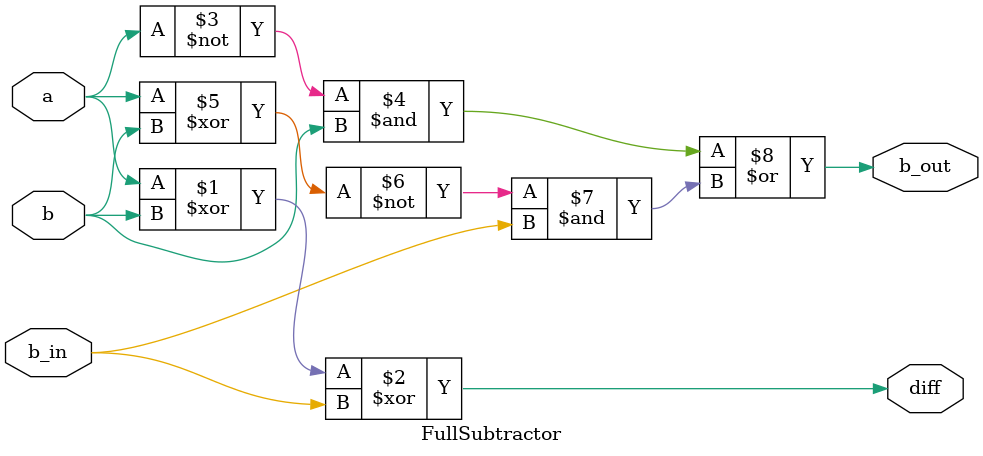
<source format=sv>
module FullSubtractor(
  input a , b , b_in,
  output diff , b_out
);
  assign diff = a ^ b ^ b_in;
  assign b_out = (~a & b) | (~(a ^ b) & b_in);
endmodule 

</source>
